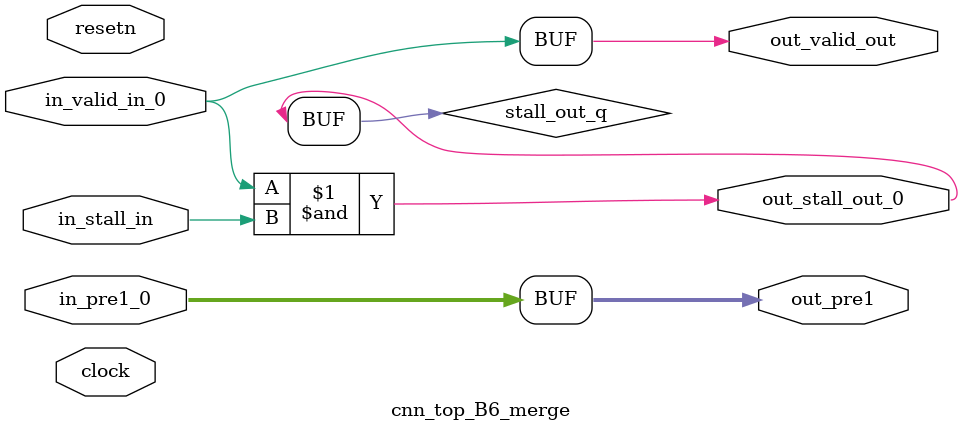
<source format=sv>



(* altera_attribute = "-name AUTO_SHIFT_REGISTER_RECOGNITION OFF; -name MESSAGE_DISABLE 10036; -name MESSAGE_DISABLE 10037; -name MESSAGE_DISABLE 14130; -name MESSAGE_DISABLE 14320; -name MESSAGE_DISABLE 15400; -name MESSAGE_DISABLE 14130; -name MESSAGE_DISABLE 10036; -name MESSAGE_DISABLE 12020; -name MESSAGE_DISABLE 12030; -name MESSAGE_DISABLE 12010; -name MESSAGE_DISABLE 12110; -name MESSAGE_DISABLE 14320; -name MESSAGE_DISABLE 13410; -name MESSAGE_DISABLE 113007; -name MESSAGE_DISABLE 10958" *)
module cnn_top_B6_merge (
    input wire [31:0] in_pre1_0,
    input wire [0:0] in_stall_in,
    input wire [0:0] in_valid_in_0,
    output wire [31:0] out_pre1,
    output wire [0:0] out_stall_out_0,
    output wire [0:0] out_valid_out,
    input wire clock,
    input wire resetn
    );

    wire [0:0] stall_out_q;


    // out_pre1(GPOUT,5)
    assign out_pre1 = in_pre1_0;

    // stall_out(LOGICAL,8)
    assign stall_out_q = in_valid_in_0 & in_stall_in;

    // out_stall_out_0(GPOUT,6)
    assign out_stall_out_0 = stall_out_q;

    // out_valid_out(GPOUT,7)
    assign out_valid_out = in_valid_in_0;

endmodule

</source>
